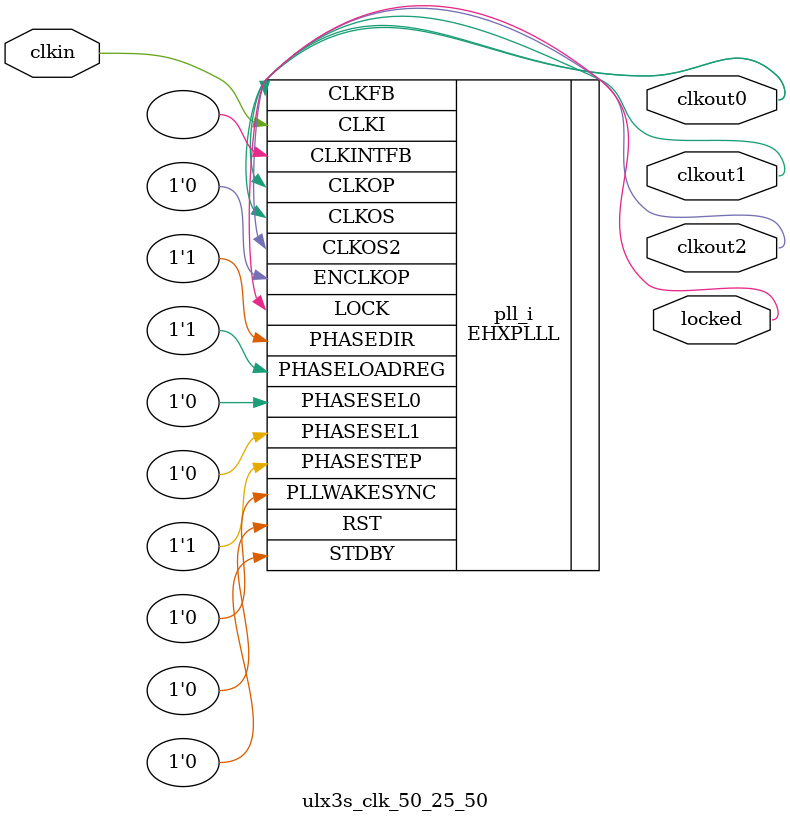
<source format=v>
module ulx3s_clk_50_25_50
(
    input clkin, // 25 MHz, 0 deg
    output clkout0, // 50 MHz, 0 deg
    output clkout1, // 25 MHz, 0 deg
    output clkout2, // 50 MHz, 0 deg
    output locked
);
(* FREQUENCY_PIN_CLKI="25" *)
(* FREQUENCY_PIN_CLKOP="50" *)
(* FREQUENCY_PIN_CLKOS="25" *)
(* FREQUENCY_PIN_CLKOS2="50" *)
(* ICP_CURRENT="12" *) (* LPF_RESISTOR="8" *) (* MFG_ENABLE_FILTEROPAMP="1" *) (* MFG_GMCREF_SEL="2" *)
EHXPLLL #(
        .PLLRST_ENA("DISABLED"),
        .INTFB_WAKE("DISABLED"),
        .STDBY_ENABLE("DISABLED"),
        .DPHASE_SOURCE("DISABLED"),
        .OUTDIVIDER_MUXA("DIVA"),
        .OUTDIVIDER_MUXB("DIVB"),
        .OUTDIVIDER_MUXC("DIVC"),
        .OUTDIVIDER_MUXD("DIVD"),
        .CLKI_DIV(1),
        .CLKOP_ENABLE("ENABLED"),
        .CLKOP_DIV(12),
        .CLKOP_CPHASE(5),
        .CLKOP_FPHASE(0),
        .CLKOS_ENABLE("ENABLED"),
        .CLKOS_DIV(24),
        .CLKOS_CPHASE(5),
        .CLKOS_FPHASE(0),
        .CLKOS2_ENABLE("ENABLED"),
        .CLKOS2_DIV(12),
        .CLKOS2_CPHASE(5),
        .CLKOS2_FPHASE(0),
        .FEEDBK_PATH("CLKOP"),
        .CLKFB_DIV(2)
    ) pll_i (
        .RST(1'b0),
        .STDBY(1'b0),
        .CLKI(clkin),
        .CLKOP(clkout0),
        .CLKOS(clkout1),
        .CLKOS2(clkout2),
        .CLKFB(clkout0),
        .CLKINTFB(),
        .PHASESEL0(1'b0),
        .PHASESEL1(1'b0),
        .PHASEDIR(1'b1),
        .PHASESTEP(1'b1),
        .PHASELOADREG(1'b1),
        .PLLWAKESYNC(1'b0),
        .ENCLKOP(1'b0),
        .LOCK(locked)
	);
endmodule

</source>
